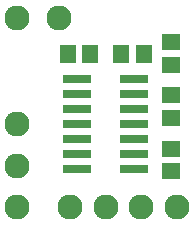
<source format=gbr>
G04 EAGLE Gerber RS-274X export*
G75*
%MOMM*%
%FSLAX34Y34*%
%LPD*%
%INSoldermask Top*%
%IPPOS*%
%AMOC8*
5,1,8,0,0,1.08239X$1,22.5*%
G01*
%ADD10R,1.427000X1.627000*%
%ADD11C,2.127000*%
%ADD12R,1.627000X1.427000*%
%ADD13R,2.413000X0.736600*%


D10*
X108000Y150000D03*
X127000Y150000D03*
D11*
X155000Y20000D03*
X125000Y20000D03*
X20000Y55000D03*
X20000Y20000D03*
X20000Y180000D03*
X55000Y180000D03*
D10*
X63000Y150000D03*
X82000Y150000D03*
D12*
X150000Y140500D03*
X150000Y159500D03*
X150000Y69500D03*
X150000Y50500D03*
X150000Y95500D03*
X150000Y114500D03*
D11*
X20000Y90000D03*
X65000Y20000D03*
X95000Y20000D03*
D13*
X70870Y128100D03*
X70870Y115400D03*
X70870Y102700D03*
X70870Y90000D03*
X70870Y77300D03*
X70870Y64600D03*
X70870Y51900D03*
X119130Y51900D03*
X119130Y64600D03*
X119130Y77300D03*
X119130Y90000D03*
X119130Y102700D03*
X119130Y115400D03*
X119130Y128100D03*
M02*

</source>
